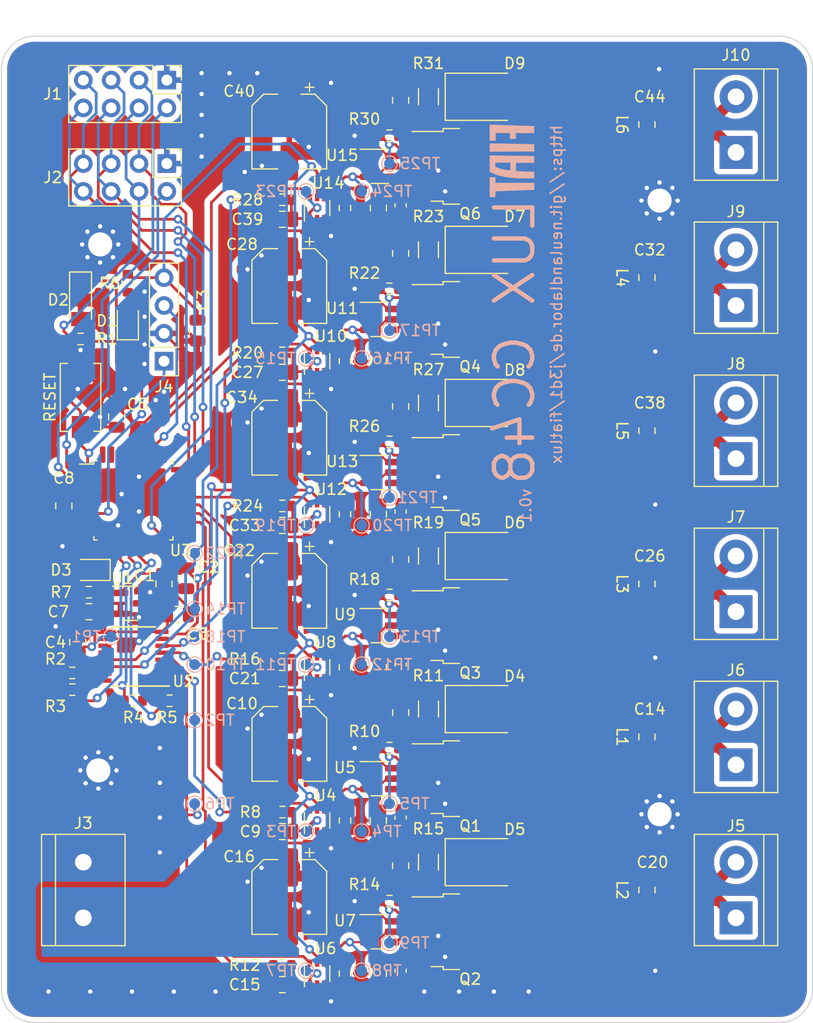
<source format=kicad_pcb>
(kicad_pcb (version 20211014) (generator pcbnew)

  (general
    (thickness 1.6)
  )

  (paper "A4")
  (layers
    (0 "F.Cu" signal)
    (31 "B.Cu" signal)
    (32 "B.Adhes" user "B.Adhesive")
    (33 "F.Adhes" user "F.Adhesive")
    (34 "B.Paste" user)
    (35 "F.Paste" user)
    (36 "B.SilkS" user "B.Silkscreen")
    (37 "F.SilkS" user "F.Silkscreen")
    (38 "B.Mask" user)
    (39 "F.Mask" user)
    (40 "Dwgs.User" user "User.Drawings")
    (41 "Cmts.User" user "User.Comments")
    (42 "Eco1.User" user "User.Eco1")
    (43 "Eco2.User" user "User.Eco2")
    (44 "Edge.Cuts" user)
    (45 "Margin" user)
    (46 "B.CrtYd" user "B.Courtyard")
    (47 "F.CrtYd" user "F.Courtyard")
    (48 "B.Fab" user)
    (49 "F.Fab" user)
    (50 "User.1" user "Nutzer.1")
    (51 "User.2" user "Nutzer.2")
    (52 "User.3" user "Nutzer.3")
    (53 "User.4" user "Nutzer.4")
    (54 "User.5" user "Nutzer.5")
    (55 "User.6" user "Nutzer.6")
    (56 "User.7" user "Nutzer.7")
    (57 "User.8" user "Nutzer.8")
    (58 "User.9" user "Nutzer.9")
  )

  (setup
    (stackup
      (layer "F.SilkS" (type "Top Silk Screen"))
      (layer "F.Paste" (type "Top Solder Paste"))
      (layer "F.Mask" (type "Top Solder Mask") (thickness 0.01))
      (layer "F.Cu" (type "copper") (thickness 0.035))
      (layer "dielectric 1" (type "core") (thickness 1.51) (material "FR4") (epsilon_r 4.5) (loss_tangent 0.02))
      (layer "B.Cu" (type "copper") (thickness 0.035))
      (layer "B.Mask" (type "Bottom Solder Mask") (thickness 0.01))
      (layer "B.Paste" (type "Bottom Solder Paste"))
      (layer "B.SilkS" (type "Bottom Silk Screen"))
      (copper_finish "None")
      (dielectric_constraints no)
    )
    (pad_to_mask_clearance 0)
    (grid_origin 167.894 27.686)
    (pcbplotparams
      (layerselection 0x00010fc_ffffffff)
      (disableapertmacros false)
      (usegerberextensions false)
      (usegerberattributes true)
      (usegerberadvancedattributes true)
      (creategerberjobfile true)
      (svguseinch false)
      (svgprecision 6)
      (excludeedgelayer true)
      (plotframeref false)
      (viasonmask false)
      (mode 1)
      (useauxorigin false)
      (hpglpennumber 1)
      (hpglpenspeed 20)
      (hpglpendiameter 15.000000)
      (dxfpolygonmode true)
      (dxfimperialunits true)
      (dxfusepcbnewfont true)
      (psnegative false)
      (psa4output false)
      (plotreference true)
      (plotvalue true)
      (plotinvisibletext false)
      (sketchpadsonfab false)
      (subtractmaskfromsilk false)
      (outputformat 1)
      (mirror false)
      (drillshape 1)
      (scaleselection 1)
      (outputdirectory "")
    )
  )

  (net 0 "")
  (net 1 "+3V3")
  (net 2 "GND")
  (net 3 "~{BUSRST}")
  (net 4 "Net-(C4-Pad1)")
  (net 5 "Net-(C8-Pad1)")
  (net 6 "/fiatlux_cc48_channel_driver2/DRI_DIM")
  (net 7 "+48V")
  (net 8 "/fiatlux_cc48_channel_driver2/DRI_VCC")
  (net 9 "/fiatlux_cc48_channel_driver2/DRI_COM")
  (net 10 "/fiatlux_cc48_channel_driver2/OUT+")
  (net 11 "/fiatlux_cc48_channel_driver2/OUT-")
  (net 12 "/fiatlux_cc48_channel_driver1/DRI_DIM")
  (net 13 "/fiatlux_cc48_channel_driver1/DRI_VCC")
  (net 14 "/fiatlux_cc48_channel_driver1/DRI_COM")
  (net 15 "/fiatlux_cc48_channel_driver1/OUT+")
  (net 16 "/fiatlux_cc48_channel_driver1/OUT-")
  (net 17 "/fiatlux_cc48_channel_driver3/DRI_DIM")
  (net 18 "/fiatlux_cc48_channel_driver3/DRI_VCC")
  (net 19 "/fiatlux_cc48_channel_driver3/DRI_COM")
  (net 20 "/fiatlux_cc48_channel_driver3/OUT+")
  (net 21 "/fiatlux_cc48_channel_driver3/OUT-")
  (net 22 "/fiatlux_cc48_channel_driver5/DRI_DIM")
  (net 23 "/fiatlux_cc48_channel_driver5/DRI_VCC")
  (net 24 "/fiatlux_cc48_channel_driver5/DRI_COM")
  (net 25 "/fiatlux_cc48_channel_driver5/OUT+")
  (net 26 "/fiatlux_cc48_channel_driver5/OUT-")
  (net 27 "Net-(D1-Pad2)")
  (net 28 "ACT_LED")
  (net 29 "Net-(D3-Pad2)")
  (net 30 "/fiatlux_cc48_channel_driver4/DRI_DIM")
  (net 31 "/fiatlux_cc48_channel_driver4/DRI_VCC")
  (net 32 "/fiatlux_cc48_channel_driver4/DRI_COM")
  (net 33 "/fiatlux_cc48_channel_driver4/OUT+")
  (net 34 "/fiatlux_cc48_channel_driver4/OUT-")
  (net 35 "SWIM")
  (net 36 "/fiatlux_cc48_channel_driver6/DRI_DIM")
  (net 37 "/fiatlux_cc48_channel_driver6/DRI_VCC")
  (net 38 "/fiatlux_cc48_channel_driver6/DRI_COM")
  (net 39 "/fiatlux_cc48_channel_driver6/OUT+")
  (net 40 "/fiatlux_cc48_channel_driver6/OUT-")
  (net 41 "/fiatlux_cc48_channel_driver2/DRI_SOURCE")
  (net 42 "/fiatlux_cc48_channel_driver1/DRI_SOURCE")
  (net 43 "/fiatlux_cc48_channel_driver3/DRI_SOURCE")
  (net 44 "DAC_SYNC")
  (net 45 "Net-(R2-Pad2)")
  (net 46 "SCLK")
  (net 47 "Net-(R3-Pad2)")
  (net 48 "MOSI")
  (net 49 "Net-(R4-Pad2)")
  (net 50 "MISO")
  (net 51 "Net-(R5-Pad2)")
  (net 52 "CH2_DIM")
  (net 53 "Net-(R9-Pad1)")
  (net 54 "CH1_DIM")
  (net 55 "CH3_DIM")
  (net 56 "CH5_DIM")
  (net 57 "CH4_DIM")
  (net 58 "Net-(R21-Pad1)")
  (net 59 "CH6_DIM")
  (net 60 "Net-(C13-Pad1)")
  (net 61 "unconnected-(U2-Pad11)")
  (net 62 "unconnected-(U2-Pad12)")
  (net 63 "INIT_{IN}")
  (net 64 "~{INT}")
  (net 65 "INIT_{OUT}")
  (net 66 "unconnected-(U3-Pad9)")
  (net 67 "SW_SCLK")
  (net 68 "SW_MOSI")
  (net 69 "SW_MISO")
  (net 70 "unconnected-(U3-Pad17)")
  (net 71 "CH1_PWM")
  (net 72 "CH2_PWM")
  (net 73 "CH3_PWM")
  (net 74 "CH4_PWM")
  (net 75 "unconnected-(U3-Pad25)")
  (net 76 "unconnected-(U3-Pad27)")
  (net 77 "CH6_PWM")
  (net 78 "CH5_PWM")
  (net 79 "unconnected-(U3-Pad32)")
  (net 80 "/fiatlux_cc48_channel_driver5/DRI_SOURCE")
  (net 81 "/fiatlux_cc48_channel_driver4/DRI_SOURCE")
  (net 82 "/fiatlux_cc48_channel_driver6/DRI_SOURCE")
  (net 83 "/fiatlux_cc48_channel_driver2/DRI_GATE")
  (net 84 "/fiatlux_cc48_channel_driver1/DRI_GATE")
  (net 85 "/fiatlux_cc48_channel_driver3/DRI_GATE")
  (net 86 "/fiatlux_cc48_channel_driver5/DRI_GATE")
  (net 87 "/fiatlux_cc48_channel_driver4/DRI_GATE")
  (net 88 "/fiatlux_cc48_channel_driver6/DRI_GATE")
  (net 89 "unconnected-(U3-Pad30)")
  (net 90 "unconnected-(U3-Pad31)")
  (net 91 "unconnected-(U3-Pad14)")
  (net 92 "unconnected-(U3-Pad15)")
  (net 93 "unconnected-(U3-Pad7)")
  (net 94 "Net-(C19-Pad1)")
  (net 95 "Net-(C25-Pad1)")
  (net 96 "Net-(C31-Pad1)")
  (net 97 "Net-(C37-Pad1)")
  (net 98 "Net-(C43-Pad1)")
  (net 99 "Net-(R13-Pad1)")
  (net 100 "Net-(R17-Pad1)")
  (net 101 "Net-(R25-Pad1)")
  (net 102 "Net-(R29-Pad1)")

  (footprint "fiatlux:PCD0503" (layer "F.Cu") (at 210.713 73.66 -90))

  (footprint "TerminalBlock:TerminalBlock_bornier-2_P5.08mm" (layer "F.Cu") (at 224.917 90.17 90))

  (footprint "Capacitor_SMD:C_0805_2012Metric" (layer "F.Cu") (at 183.515 110.236 180))

  (footprint "Capacitor_SMD:C_0603_1608Metric" (layer "F.Cu") (at 194.31 81.026 -90))

  (footprint "Capacitor_SMD:C_0805_2012Metric" (layer "F.Cu") (at 216.789 87.63 -90))

  (footprint "TerminalBlock:TerminalBlock_bornier-2_P5.08mm" (layer "F.Cu") (at 224.917 76.2 90))

  (footprint "MountingHole:MountingHole_2.2mm_M2_Pad_Via" (layer "F.Cu") (at 217.941 38.686))

  (footprint "Resistor_SMD:R_1206_3216Metric" (layer "F.Cu") (at 196.85 99.06 90))

  (footprint "Diode_SMD:D_SMB" (layer "F.Cu") (at 201.93 57.15))

  (footprint "Connector_PinHeader_2.54mm:PinHeader_1x04_P2.54mm_Vertical" (layer "F.Cu") (at 172.72 53.34 180))

  (footprint "Capacitor_SMD:CP_Elec_6.3x4.5" (layer "F.Cu") (at 184.15 60.325 -90))

  (footprint "Connector_PinHeader_2.54mm:PinHeader_2x04_P2.54mm_Vertical" (layer "F.Cu") (at 172.974 35.306 -90))

  (footprint "Capacitor_SMD:C_0603_1608Metric" (layer "F.Cu") (at 194.31 108.966 -90))

  (footprint "Capacitor_SMD:C_0805_2012Metric" (layer "F.Cu") (at 172.72 73.66 -90))

  (footprint "Package_TO_SOT_SMD:SOT-23-6" (layer "F.Cu") (at 192.405 63.5))

  (footprint "Capacitor_SMD:C_0805_2012Metric" (layer "F.Cu") (at 192.278 67.31 -90))

  (footprint "Package_TO_SOT_SMD:SOT-363_SC-70-6" (layer "F.Cu") (at 186.69 81.28 90))

  (footprint "Capacitor_SMD:C_0805_2012Metric" (layer "F.Cu") (at 192.278 109.22 -90))

  (footprint "Package_TO_SOT_SMD:TO-252-2" (layer "F.Cu") (at 200.6655 91.44))

  (footprint "Connector_PinHeader_2.54mm:PinHeader_2x04_P2.54mm_Vertical" (layer "F.Cu") (at 172.974 27.686 -90))

  (footprint "Package_TO_SOT_SMD:TO-252-2" (layer "F.Cu") (at 200.66 77.47))

  (footprint "Resistor_SMD:R_0603_1608Metric" (layer "F.Cu") (at 183.515 80.518))

  (footprint "Diode_SMD:D_SMB" (layer "F.Cu") (at 201.93 29.21))

  (footprint "TerminalBlock:TerminalBlock_bornier-2_P5.08mm" (layer "F.Cu") (at 165.354 99.06 -90))

  (footprint "Diode_SMD:D_SMB" (layer "F.Cu") (at 201.93 99.06))

  (footprint "Diode_SMD:D_SMB" (layer "F.Cu") (at 201.93 43.18))

  (footprint "Capacitor_SMD:C_0805_2012Metric" (layer "F.Cu") (at 192.278 95.25 -90))

  (footprint "MountingHole:MountingHole_2.2mm_M2_Pad_Via" (layer "F.Cu") (at 166.727274 90.686))

  (footprint "fiatlux:PCD0503" (layer "F.Cu") (at 210.713 45.72 -90))

  (footprint "Diode_SMD:D_SMB" (layer "F.Cu") (at 201.9355 85.09))

  (footprint "Capacitor_SMD:CP_Elec_6.3x4.5" (layer "F.Cu") (at 184.15 46.482 -90))

  (footprint "MountingHole:MountingHole_2.2mm_M2_Pad_Via" (layer "F.Cu") (at 166.894 42.686))

  (footprint "Package_TO_SOT_SMD:SOT-23-6" (layer "F.Cu") (at 192.405 35.56))

  (footprint "Capacitor_SMD:C_0805_2012Metric" (layer "F.Cu") (at 216.789 31.75 -90))

  (footprint "Resistor_SMD:R_0603_1608Metric" (layer "F.Cu") (at 189.23 81.28 -90))

  (footprint "Resistor_SMD:R_0603_1608Metric" (layer "F.Cu") (at 164.338 81.788))

  (footprint "LED_SMD:LED_0805_2012Metric" (layer "F.Cu") (at 169.418 49.7055 90))

  (footprint "Capacitor_SMD:C_0805_2012Metric" (layer "F.Cu") (at 174.752 73.152 -90))

  (footprint "Capacitor_SMD:C_0805_2012Metric" (layer "F.Cu") (at 194.31 29.53 90))

  (footprint "Capacitor_SMD:C_0805_2012Metric" (layer "F.Cu") (at 183.5205 96.266 180))

  (footprint "fiatlux:PCD0503" (layer "F.Cu") (at 210.713 101.6 -90))

  (footprint "Capacitor_SMD:C_0805_2012Metric" (layer "F.Cu") (at 183.515 68.326 180))

  (footprint "Package_QFP:LQFP-32_7x7mm_P0.8mm" (layer "F.Cu") (at 169.926 66.04))

  (footprint "Resistor_SMD:R_1206_3216Metric" (layer "F.Cu") (at 196.85 57.15 90))

  (footprint "Package_TO_SOT_SMD:SOT-23-6" (layer "F.Cu") (at 192.405 49.53))

  (footprint "Package_TO_SOT_SMD:SOT-23-6" (layer "F.Cu") (at 192.4105 91.44))

  (footprint "fiatlux:PCD0503" (layer "F.Cu") (at 210.713 59.69 -90))

  (footprint "Resistor_SMD:R_0603_1608Metric" (layer "F.Cu") (at 183.515 108.458))

  (footprint "Capacitor_SMD:C_0805_2012Metric" (layer "F.Cu") (at 164.846 78.994 90))

  (footprint "Resistor_SMD:R_0603_1608Metric" (layer "F.Cu") (at 193.294 46.736))

  (footprint "TerminalBlock:TerminalBlock_bornier-2_P5.08mm" (layer "F.Cu") (at 224.917 62.23 90))

  (footprint "Resistor_SMD:R_0603_1608Metric" (layer "F.Cu") (at 183.5205 94.488))

  (footprint "Package_TO_SOT_SMD:SOT-363_SC-70-6" (layer "F.Cu") (at 186.69 95.25 90))

  (footprint "Capacitor_SMD:C_0805_2012Metric" (layer "F.Cu")
    (tedit 5F68FEEE) (tstamp 70be799c-49f3-4a5c-a91c-581fee19fd78)
    (at 194.31 43.5 90)
    (descr "Capacitor SMD 0805 (2012 Metric), square (rectangular) end terminal, IPC_7351 nominal, (Body size source: IPC-SM-782 page 76, https://www.pcb-3d.com/wordpress/wp-content/uploads/ipc-sm-782a_amendment_1_and_2.pdf, https://docs.google.com/spreadsheets/d/1BsfQQcO9C6DZCsRaXUlFlo91Tg2WpOkGARC1WS5S8t0/edit?usp=sharing), generated with kicad-footprint-generator")
    (tags "capacitor")
    (property "Sheetfile" "fiatlux_cc48_channel_driver.kicad_sch")
    (property "Sheetname" "fiatlux_cc48_channel_driver5")
    (path "/a672b323-13f7-4347-a8ce-0a3f96c45d44/e8c11b9a-5119-4306-86ed-6f30
... [1162784 chars truncated]
</source>
